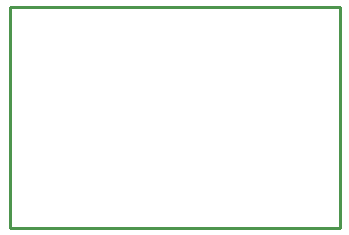
<source format=gbr>
G04 EAGLE Gerber RS-274X export*
G75*
%MOMM*%
%FSLAX34Y34*%
%LPD*%
%IN*%
%IPPOS*%
%AMOC8*
5,1,8,0,0,1.08239X$1,22.5*%
G01*
%ADD10C,0.254000*%


D10*
X0Y0D02*
X279200Y0D01*
X279200Y187200D01*
X0Y187200D01*
X0Y0D01*
M02*

</source>
